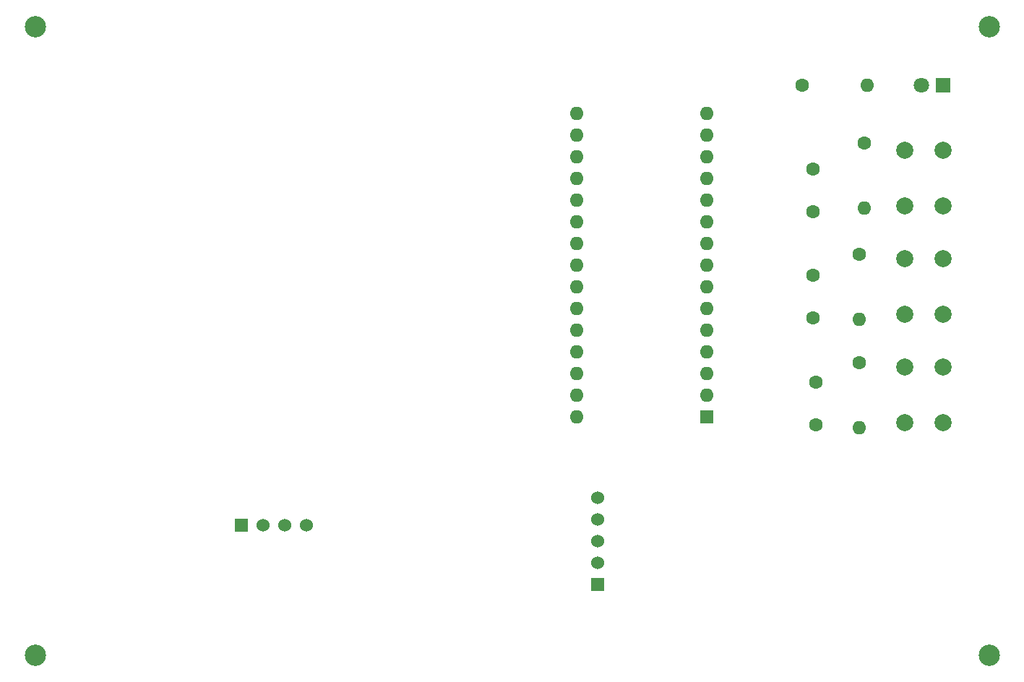
<source format=gbs>
G04 #@! TF.GenerationSoftware,KiCad,Pcbnew,6.0.2+dfsg-1*
G04 #@! TF.CreationDate,2025-06-22T13:16:20+00:00*
G04 #@! TF.ProjectId,MyCircuits,4d794369-7263-4756-9974-732e6b696361,rev?*
G04 #@! TF.SameCoordinates,Original*
G04 #@! TF.FileFunction,Soldermask,Bot*
G04 #@! TF.FilePolarity,Negative*
%FSLAX46Y46*%
G04 Gerber Fmt 4.6, Leading zero omitted, Abs format (unit mm)*
G04 Created by KiCad (PCBNEW 6.0.2+dfsg-1) date 2025-06-22 13:16:20*
%MOMM*%
%LPD*%
G01*
G04 APERTURE LIST*
%ADD10C,2.500000*%
%ADD11C,1.600000*%
%ADD12O,1.600000X1.600000*%
%ADD13C,2.000000*%
%ADD14R,1.524000X1.524000*%
%ADD15C,1.524000*%
%ADD16R,1.800000X1.800000*%
%ADD17C,1.800000*%
%ADD18R,1.600000X1.600000*%
G04 APERTURE END LIST*
D10*
X195580000Y-127000000D03*
X83820000Y-127000000D03*
X83820000Y-53340000D03*
X195580000Y-53340000D03*
D11*
X181000000Y-67000000D03*
D12*
X181000000Y-74620000D03*
D13*
X190210000Y-80570000D03*
X190210000Y-87070000D03*
X185710000Y-87070000D03*
X185710000Y-80570000D03*
D11*
X180340000Y-92710000D03*
D12*
X180340000Y-100330000D03*
D11*
X175260000Y-100000000D03*
X175260000Y-95000000D03*
D13*
X190210000Y-93270000D03*
X190210000Y-99770000D03*
X185710000Y-99770000D03*
X185710000Y-93270000D03*
D11*
X180340000Y-80010000D03*
D12*
X180340000Y-87630000D03*
D11*
X175000000Y-87500000D03*
X175000000Y-82500000D03*
X173700000Y-60250000D03*
D12*
X181320000Y-60250000D03*
D13*
X190210000Y-74370000D03*
X190210000Y-67870000D03*
X185710000Y-67870000D03*
X185710000Y-74370000D03*
D11*
X175000000Y-75000000D03*
X175000000Y-70000000D03*
D14*
X107950000Y-111760000D03*
D15*
X110490000Y-111760000D03*
X113030000Y-111760000D03*
X115570000Y-111760000D03*
D16*
X190210000Y-60250000D03*
D17*
X187670000Y-60250000D03*
D18*
X162550000Y-99060000D03*
D12*
X162550000Y-96520000D03*
X162550000Y-93980000D03*
X162550000Y-91440000D03*
X162550000Y-88900000D03*
X162550000Y-86360000D03*
X162550000Y-83820000D03*
X162550000Y-81280000D03*
X162550000Y-78740000D03*
X162550000Y-76200000D03*
X162550000Y-73660000D03*
X162550000Y-71120000D03*
X162550000Y-68580000D03*
X162550000Y-66040000D03*
X162550000Y-63500000D03*
X147310000Y-63500000D03*
X147310000Y-66040000D03*
X147310000Y-68580000D03*
X147310000Y-71120000D03*
X147310000Y-73660000D03*
X147310000Y-76200000D03*
X147310000Y-78740000D03*
X147310000Y-81280000D03*
X147310000Y-83820000D03*
X147310000Y-86360000D03*
X147310000Y-88900000D03*
X147310000Y-91440000D03*
X147310000Y-93980000D03*
X147310000Y-96520000D03*
X147310000Y-99060000D03*
D14*
X149765000Y-118760000D03*
D15*
X149765000Y-116220000D03*
X149765000Y-113680000D03*
X149765000Y-111140000D03*
X149765000Y-108600000D03*
M02*

</source>
